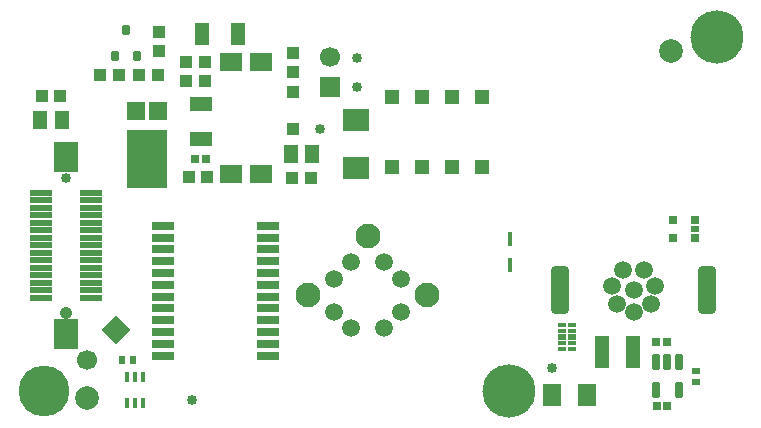
<source format=gbs>
G04*
G04 #@! TF.GenerationSoftware,Altium Limited,Altium Designer,23.5.1 (21)*
G04*
G04 Layer_Color=16711935*
%FSLAX44Y44*%
%MOMM*%
G71*
G04*
G04 #@! TF.SameCoordinates,0C852D97-15EF-43E7-8D4E-587EAF6ACFB3*
G04*
G04*
G04 #@! TF.FilePolarity,Negative*
G04*
G01*
G75*
%ADD47C,0.8516*%
%ADD49R,0.5516X0.6516*%
%ADD51R,1.1016X1.0016*%
%ADD54R,1.0016X1.1016*%
%ADD55R,1.1516X1.5016*%
%ADD56R,1.9016X1.2516*%
%ADD60C,2.0000*%
%ADD66R,0.7216X0.7216*%
%ADD67R,0.6516X0.5516*%
%ADD70C,1.0524*%
%ADD71C,0.8524*%
G04:AMPARAMS|DCode=72|XSize=4.1mm|YSize=1.6mm|CornerRadius=0.425mm|HoleSize=0mm|Usage=FLASHONLY|Rotation=270.000|XOffset=0mm|YOffset=0mm|HoleType=Round|Shape=RoundedRectangle|*
%AMROUNDEDRECTD72*
21,1,4.1000,0.7500,0,0,270.0*
21,1,3.2500,1.6000,0,0,270.0*
1,1,0.8500,-0.3750,-1.6250*
1,1,0.8500,-0.3750,1.6250*
1,1,0.8500,0.3750,1.6250*
1,1,0.8500,0.3750,-1.6250*
%
%ADD72ROUNDEDRECTD72*%
%ADD73C,1.5000*%
%ADD74P,2.4042X4X270.0*%
%ADD75C,1.7000*%
%ADD76C,2.1000*%
%ADD77C,4.5032*%
%ADD78C,4.3016*%
%ADD79R,1.7000X1.7000*%
%ADD120R,0.4064X1.1684*%
%ADD128R,1.2000X2.7000*%
%ADD138R,1.9524X0.5024*%
%ADD139R,2.1524X2.6524*%
%ADD140R,0.7520X0.7520*%
%ADD141R,0.7520X0.5520*%
%ADD142R,0.6500X0.4000*%
%ADD143R,0.6500X0.5000*%
%ADD144R,0.4516X0.9516*%
%ADD145R,1.5016X1.8516*%
G04:AMPARAMS|DCode=146|XSize=0.6516mm|YSize=0.9016mm|CornerRadius=0.1003mm|HoleSize=0mm|Usage=FLASHONLY|Rotation=0.000|XOffset=0mm|YOffset=0mm|HoleType=Round|Shape=RoundedRectangle|*
%AMROUNDEDRECTD146*
21,1,0.6516,0.7010,0,0,0.0*
21,1,0.4510,0.9016,0,0,0.0*
1,1,0.2006,0.2255,-0.3505*
1,1,0.2006,-0.2255,-0.3505*
1,1,0.2006,-0.2255,0.3505*
1,1,0.2006,0.2255,0.3505*
%
%ADD146ROUNDEDRECTD146*%
%ADD147R,1.2516X1.9016*%
G04:AMPARAMS|DCode=148|XSize=1.3416mm|YSize=0.6516mm|CornerRadius=0.0893mm|HoleSize=0mm|Usage=FLASHONLY|Rotation=270.000|XOffset=0mm|YOffset=0mm|HoleType=Round|Shape=RoundedRectangle|*
%AMROUNDEDRECTD148*
21,1,1.3416,0.4730,0,0,270.0*
21,1,1.1630,0.6516,0,0,270.0*
1,1,0.1786,-0.2365,-0.5815*
1,1,0.1786,-0.2365,0.5815*
1,1,0.1786,0.2365,0.5815*
1,1,0.1786,0.2365,-0.5815*
%
%ADD148ROUNDEDRECTD148*%
%ADD149R,1.9816X0.7416*%
%ADD150R,1.3016X1.3016*%
%ADD151R,1.8816X1.6216*%
%ADD152R,1.4916X1.5016*%
%ADD153R,3.4616X4.9616*%
%ADD154R,1.0516X1.0016*%
%ADD155R,1.2516X1.5516*%
%ADD156R,2.2606X1.8796*%
D47*
X265270Y281900D02*
D03*
X233987Y222210D02*
D03*
X265270Y257770D02*
D03*
X430516Y19558D02*
D03*
X125730Y-7620D02*
D03*
D49*
X75470Y26813D02*
D03*
X66470D02*
D03*
D51*
X120490Y262470D02*
D03*
Y278470D02*
D03*
X97630Y287870D02*
D03*
Y303870D02*
D03*
X137000Y262470D02*
D03*
Y278470D02*
D03*
X211127Y270130D02*
D03*
Y286130D02*
D03*
D54*
X47880Y267970D02*
D03*
X63880D02*
D03*
X80900D02*
D03*
X96900D02*
D03*
X138810Y181610D02*
D03*
X122810D02*
D03*
X14350Y250190D02*
D03*
X-1650D02*
D03*
X210367Y180300D02*
D03*
X226367D02*
D03*
D55*
X-3150Y229870D02*
D03*
X15850D02*
D03*
D56*
X133658Y213560D02*
D03*
Y243560D02*
D03*
D60*
X36576Y-5334D02*
D03*
X530860Y288290D02*
D03*
D66*
X519160Y-12700D02*
D03*
X528160D02*
D03*
X518580Y41870D02*
D03*
X527580D02*
D03*
X128160Y196850D02*
D03*
X137160D02*
D03*
D67*
X552290Y17160D02*
D03*
Y8160D02*
D03*
D70*
X19200Y66500D02*
D03*
D71*
Y180500D02*
D03*
D72*
X437112Y85747D02*
D03*
X562112D02*
D03*
D73*
X518112Y89247D02*
D03*
X514112Y73747D02*
D03*
X499612Y85747D02*
D03*
Y67247D02*
D03*
X485112Y73747D02*
D03*
X481112Y89247D02*
D03*
X490612Y102247D02*
D03*
X508612D02*
D03*
X302320Y95286D02*
D03*
X288320Y109286D02*
D03*
X260320D02*
D03*
X246320Y95286D02*
D03*
Y67286D02*
D03*
X260320Y53286D02*
D03*
X288320D02*
D03*
X302320Y67286D02*
D03*
D74*
X61468Y51562D02*
D03*
D75*
X36719Y26813D02*
D03*
X242410Y282970D02*
D03*
D76*
X324320Y81286D02*
D03*
X274320Y131286D02*
D03*
X224320Y81286D02*
D03*
D77*
X570000Y300000D02*
D03*
X394500Y-0D02*
D03*
D78*
X0Y0D02*
D03*
D79*
X242410Y257970D02*
D03*
D120*
X394970Y129032D02*
D03*
Y106680D02*
D03*
D128*
X498810Y32980D02*
D03*
X472810D02*
D03*
D138*
X40200Y79050D02*
D03*
Y85400D02*
D03*
Y91750D02*
D03*
Y98100D02*
D03*
Y104450D02*
D03*
Y110800D02*
D03*
Y117150D02*
D03*
Y123500D02*
D03*
Y129850D02*
D03*
Y136200D02*
D03*
Y142550D02*
D03*
Y148900D02*
D03*
Y155250D02*
D03*
Y161600D02*
D03*
Y167950D02*
D03*
X-1800Y79050D02*
D03*
Y85400D02*
D03*
Y91750D02*
D03*
Y98100D02*
D03*
Y104450D02*
D03*
Y110800D02*
D03*
Y117150D02*
D03*
Y123500D02*
D03*
Y129850D02*
D03*
Y136200D02*
D03*
Y142550D02*
D03*
Y148900D02*
D03*
Y155250D02*
D03*
Y161600D02*
D03*
Y167950D02*
D03*
D139*
X19200Y48500D02*
D03*
Y198500D02*
D03*
D140*
X551290Y144660D02*
D03*
Y129660D02*
D03*
X533290D02*
D03*
Y144660D02*
D03*
D141*
X551290Y137160D02*
D03*
D142*
X439240Y55720D02*
D03*
Y50720D02*
D03*
Y40720D02*
D03*
Y35720D02*
D03*
X447040D02*
D03*
Y40720D02*
D03*
Y50720D02*
D03*
Y55720D02*
D03*
D143*
X439240Y45720D02*
D03*
X447040D02*
D03*
D144*
X83970Y12270D02*
D03*
X77470D02*
D03*
X70970D02*
D03*
Y-9730D02*
D03*
X77470D02*
D03*
X83970D02*
D03*
D145*
X460516Y-3556D02*
D03*
X430516D02*
D03*
D146*
X79190Y283600D02*
D03*
X60190D02*
D03*
X69690Y305600D02*
D03*
D147*
X164460Y302220D02*
D03*
X134460D02*
D03*
D148*
X518660Y810D02*
D03*
X537660D02*
D03*
Y24510D02*
D03*
X528160D02*
D03*
X518660D02*
D03*
D149*
X101440Y30050D02*
D03*
Y40050D02*
D03*
Y50050D02*
D03*
Y60050D02*
D03*
Y70050D02*
D03*
Y80050D02*
D03*
Y90050D02*
D03*
Y100050D02*
D03*
Y110050D02*
D03*
Y120050D02*
D03*
Y130050D02*
D03*
Y140050D02*
D03*
X190340D02*
D03*
Y130050D02*
D03*
Y120050D02*
D03*
Y110050D02*
D03*
Y100050D02*
D03*
Y90050D02*
D03*
Y80050D02*
D03*
Y70050D02*
D03*
Y60050D02*
D03*
Y50050D02*
D03*
Y40050D02*
D03*
Y30050D02*
D03*
D150*
X345947Y190170D02*
D03*
X370947D02*
D03*
X345947Y249170D02*
D03*
X370947D02*
D03*
X295147Y190170D02*
D03*
X320147D02*
D03*
X295147Y249170D02*
D03*
X320147D02*
D03*
D151*
X159058Y278700D02*
D03*
X184457D02*
D03*
X159058Y183500D02*
D03*
X184457D02*
D03*
D152*
X96830Y236840D02*
D03*
X78430D02*
D03*
D153*
X87630Y197020D02*
D03*
D154*
X211127Y253200D02*
D03*
X211127Y221700D02*
D03*
D155*
X227637Y200620D02*
D03*
X209638D02*
D03*
D156*
X264467Y229830D02*
D03*
Y189190D02*
D03*
M02*

</source>
